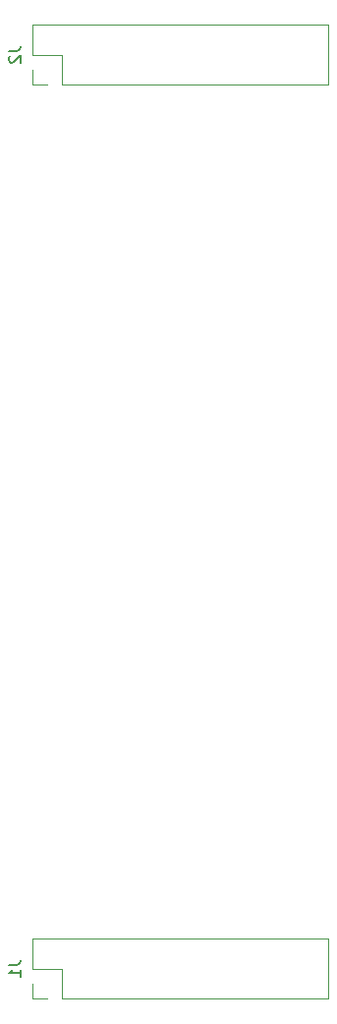
<source format=gbr>
G04 #@! TF.GenerationSoftware,KiCad,Pcbnew,5.0.2-bee76a0~70~ubuntu18.04.1*
G04 #@! TF.CreationDate,2019-10-25T10:51:07+02:00*
G04 #@! TF.ProjectId,atecc,61746563-632e-46b6-9963-61645f706362,rev?*
G04 #@! TF.SameCoordinates,Original*
G04 #@! TF.FileFunction,Legend,Bot*
G04 #@! TF.FilePolarity,Positive*
%FSLAX46Y46*%
G04 Gerber Fmt 4.6, Leading zero omitted, Abs format (unit mm)*
G04 Created by KiCad (PCBNEW 5.0.2-bee76a0~70~ubuntu18.04.1) date ven. 25 oct. 2019 10:51:07 CEST*
%MOMM*%
%LPD*%
G01*
G04 APERTURE LIST*
%ADD10C,0.120000*%
%ADD11C,0.150000*%
G04 APERTURE END LIST*
D10*
G04 #@! TO.C,J2*
X49470000Y-76200000D02*
X49470000Y-77530000D01*
X49470000Y-77530000D02*
X50800000Y-77530000D01*
X49470000Y-74930000D02*
X52070000Y-74930000D01*
X52070000Y-74930000D02*
X52070000Y-77530000D01*
X52070000Y-77530000D02*
X74990000Y-77530000D01*
X74990000Y-72330000D02*
X74990000Y-77530000D01*
X49470000Y-72330000D02*
X74990000Y-72330000D01*
X49470000Y-72330000D02*
X49470000Y-74930000D01*
G04 #@! TO.C,J1*
X49470000Y-151070000D02*
X49470000Y-153670000D01*
X49470000Y-151070000D02*
X74990000Y-151070000D01*
X74990000Y-151070000D02*
X74990000Y-156270000D01*
X52070000Y-156270000D02*
X74990000Y-156270000D01*
X52070000Y-153670000D02*
X52070000Y-156270000D01*
X49470000Y-153670000D02*
X52070000Y-153670000D01*
X49470000Y-156270000D02*
X50800000Y-156270000D01*
X49470000Y-154940000D02*
X49470000Y-156270000D01*
G04 #@! TO.C,J2*
D11*
X47482380Y-74596666D02*
X48196666Y-74596666D01*
X48339523Y-74549047D01*
X48434761Y-74453809D01*
X48482380Y-74310952D01*
X48482380Y-74215714D01*
X47577619Y-75025238D02*
X47530000Y-75072857D01*
X47482380Y-75168095D01*
X47482380Y-75406190D01*
X47530000Y-75501428D01*
X47577619Y-75549047D01*
X47672857Y-75596666D01*
X47768095Y-75596666D01*
X47910952Y-75549047D01*
X48482380Y-74977619D01*
X48482380Y-75596666D01*
G04 #@! TO.C,J1*
X47482380Y-153336666D02*
X48196666Y-153336666D01*
X48339523Y-153289047D01*
X48434761Y-153193809D01*
X48482380Y-153050952D01*
X48482380Y-152955714D01*
X48482380Y-154336666D02*
X48482380Y-153765238D01*
X48482380Y-154050952D02*
X47482380Y-154050952D01*
X47625238Y-153955714D01*
X47720476Y-153860476D01*
X47768095Y-153765238D01*
G04 #@! TD*
M02*

</source>
